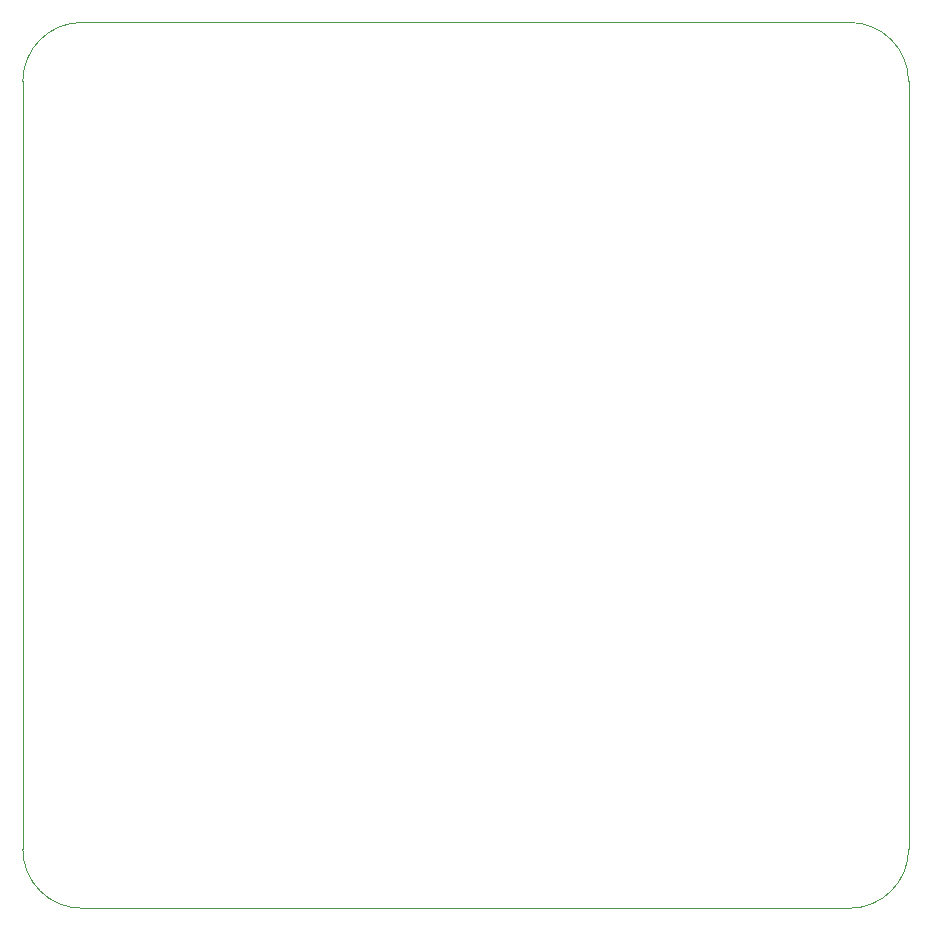
<source format=gm1>
%TF.GenerationSoftware,KiCad,Pcbnew,6.0.4-6f826c9f35~116~ubuntu20.04.1*%
%TF.CreationDate,2022-03-31T23:30:21+02:00*%
%TF.ProjectId,eval_board_tmc6200-ta,6576616c-5f62-46f6-9172-645f746d6336,rev?*%
%TF.SameCoordinates,Original*%
%TF.FileFunction,Profile,NP*%
%FSLAX46Y46*%
G04 Gerber Fmt 4.6, Leading zero omitted, Abs format (unit mm)*
G04 Created by KiCad (PCBNEW 6.0.4-6f826c9f35~116~ubuntu20.04.1) date 2022-03-31 23:30:21*
%MOMM*%
%LPD*%
G01*
G04 APERTURE LIST*
%TA.AperFunction,Profile*%
%ADD10C,0.100000*%
%TD*%
G04 APERTURE END LIST*
D10*
X13978000Y-190645000D02*
G75*
G03*
X18978000Y-195645000I5000000J0D01*
G01*
X83978000Y-195645000D02*
G75*
G03*
X88978000Y-190645000I0J5000000D01*
G01*
X18978000Y-120645000D02*
G75*
G03*
X13978000Y-125645000I0J-5000000D01*
G01*
X88978000Y-125645000D02*
G75*
G03*
X83978000Y-120645000I-5000000J0D01*
G01*
X18978000Y-120645000D02*
X83978000Y-120645000D01*
X13978000Y-190645000D02*
X13978000Y-125645000D01*
X83978000Y-195645000D02*
X18978000Y-195645000D01*
X88978000Y-125645000D02*
X88978000Y-190645000D01*
M02*

</source>
